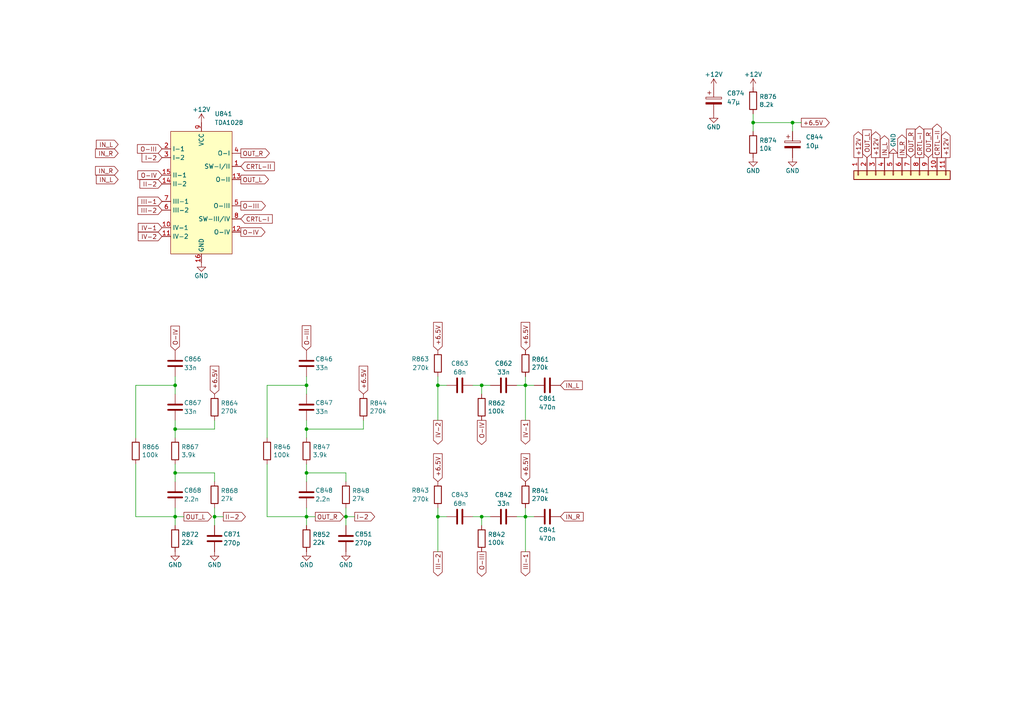
<source format=kicad_sch>
(kicad_sch (version 20230121) (generator eeschema)
  (paper "A4")
  (lib_symbols
    (symbol "Connector_Generic:Conn_01x11" (pin_names (offset 1.016) hide)
      (property "Reference" "J" (at 0 15.24 0))
      (property "Value" "Conn_01x11" (at 0 -15.24 0))
      (symbol "Conn_01x11_1_1"
        (rectangle (start -1.27 -12.573) (end 0 -12.827) (stroke (width 0.1524)))
        (rectangle (start -1.27 -10.033) (end 0 -10.287) (stroke (width 0.1524)))
        (rectangle (start -1.27 -7.493) (end 0 -7.747) (stroke (width 0.1524)))
        (rectangle (start -1.27 -4.953) (end 0 -5.207) (stroke (width 0.1524)))
        (rectangle (start -1.27 -2.413) (end 0 -2.667) (stroke (width 0.1524)))
        (rectangle (start -1.27 0.127) (end 0 -0.127) (stroke (width 0.1524)))
        (rectangle (start -1.27 2.667) (end 0 2.413) (stroke (width 0.1524)))
        (rectangle (start -1.27 5.207) (end 0 4.953) (stroke (width 0.1524)))
        (rectangle (start -1.27 7.747) (end 0 7.493) (stroke (width 0.1524)))
        (rectangle (start -1.27 10.287) (end 0 10.033) (stroke (width 0.1524)))
        (rectangle (start -1.27 12.827) (end 0 12.573) (stroke (width 0.1524)))
        (rectangle (start -1.27 13.97) (end 1.27 -13.97) (stroke (width 0.254)) (fill (type background)))
        (pin passive line (at -5.08 12.7 0) (length 3.81) (name "Pin_1") (number "1"))
        (pin passive line (at -5.08 -10.16 0) (length 3.81) (name "Pin_10") (number "10"))
        (pin passive line (at -5.08 -12.7 0) (length 3.81) (name "Pin_11") (number "11"))
        (pin passive line (at -5.08 10.16 0) (length 3.81) (name "Pin_2") (number "2"))
        (pin passive line (at -5.08 7.62 0) (length 3.81) (name "Pin_3") (number "3"))
        (pin passive line (at -5.08 5.08 0) (length 3.81) (name "Pin_4") (number "4"))
        (pin passive line (at -5.08 2.54 0) (length 3.81) (name "Pin_5") (number "5"))
        (pin passive line (at -5.08 0 0) (length 3.81) (name "Pin_6") (number "6"))
        (pin passive line (at -5.08 -2.54 0) (length 3.81) (name "Pin_7") (number "7"))
        (pin passive line (at -5.08 -5.08 0) (length 3.81) (name "Pin_8") (number "8"))
        (pin passive line (at -5.08 -7.62 0) (length 3.81) (name "Pin_9") (number "9"))
      )
    )
    (symbol "Device:C" (pin_numbers hide) (pin_names (offset 0.254))
      (property "Reference" "C" (at 0.635 2.54 0))
      (property "Value" "C" (at 0.635 -2.54 0))
      (symbol "C_0_1"
        (polyline (pts (xy -2.032 -0.762) (xy 2.032 -0.762)) (stroke (width 0.508)))
        (polyline (pts (xy -2.032 0.762) (xy 2.032 0.762)) (stroke (width 0.508)))
      )
      (symbol "C_1_1"
        (pin passive line (at 0 3.81 270) (length 2.794) (name "~") (number "1"))
        (pin passive line (at 0 -3.81 90) (length 2.794) (name "~") (number "2"))
      )
    )
    (symbol "Device:C_Polarized" (pin_numbers hide) (pin_names (offset 0.254))
      (property "Reference" "C" (at 0.635 2.54 0))
      (property "Value" "C_Polarized" (at 0.635 -2.54 0))
      (symbol "C_Polarized_0_1"
        (rectangle (start -2.286 0.508) (end 2.286 1.016))
        (polyline (pts (xy -1.778 2.286) (xy -0.762 2.286)))
        (polyline (pts (xy -1.27 2.794) (xy -1.27 1.778)))
        (rectangle (start 2.286 -0.508) (end -2.286 -1.016) (fill (type outline)))
      )
      (symbol "C_Polarized_1_1"
        (pin passive line (at 0 3.81 270) (length 2.794) (name "~") (number "1"))
        (pin passive line (at 0 -3.81 90) (length 2.794) (name "~") (number "2"))
      )
    )
    (symbol "Device:R" (pin_numbers hide) (pin_names (offset 0))
      (property "Reference" "R" (at 2.032 0 90))
      (property "Value" "R" (at 0 0 90))
      (symbol "R_0_1"
        (rectangle (start -1.016 -2.54) (end 1.016 2.54) (stroke (width 0.254)))
      )
      (symbol "R_1_1"
        (pin passive line (at 0 3.81 270) (length 1.27) (name "~") (number "1"))
        (pin passive line (at 0 -3.81 90) (length 1.27) (name "~") (number "2"))
      )
    )
    (symbol "Library:TDA1028"
      (property "Reference" "U" (at 0 0 0))
      (property "Value" "TDA1028" (at 0 0 0))
      (symbol "TDA1028_0_1"
        (rectangle (start 8.89 60.96) (end -8.89 25.4) (fill (type background)))
      )
      (symbol "TDA1028_1_1"
        (pin input line (at 11.43 50.8 180) (length 2.54) (name "SW-I/II") (number "1"))
        (pin input line (at -11.43 33.02 0) (length 2.54) (name "IV-1") (number "10"))
        (pin input line (at -11.43 30.48 0) (length 2.54) (name "IV-2") (number "11"))
        (pin output line (at 11.43 31.75 180) (length 2.54) (name "O-IV") (number "12"))
        (pin output line (at 11.43 46.99 180) (length 2.54) (name "O-II") (number "13"))
        (pin input line (at -11.43 45.72 0) (length 2.54) (name "II-2") (number "14"))
        (pin input line (at -11.43 48.26 0) (length 2.54) (name "II-1") (number "15"))
        (pin input line (at 0 22.86 90) (length 2.54) (name "GND") (number "16"))
        (pin input line (at -11.43 55.88 0) (length 2.54) (name "I-1") (number "2"))
        (pin input line (at -11.43 53.34 0) (length 2.54) (name "I-2") (number "3"))
        (pin output line (at 11.43 54.61 180) (length 2.54) (name "O-I") (number "4"))
        (pin output line (at 11.43 39.37 180) (length 2.54) (name "O-III") (number "5"))
        (pin input line (at -11.43 38.1 0) (length 2.54) (name "III-2") (number "6"))
        (pin input line (at -11.43 40.64 0) (length 2.54) (name "III-1") (number "7"))
        (pin input line (at 11.43 35.56 180) (length 2.54) (name "SW-III/IV") (number "8"))
        (pin input line (at 0 63.5 270) (length 2.54) (name "VCC") (number "9"))
      )
    )
    (symbol "power:+12V" (power) (pin_names (offset 0))
      (property "Value" "+12V" (at 0 3.556 0))
      (symbol "+12V_0_1"
        (polyline (pts (xy -0.762 1.27) (xy 0 2.54)))
        (polyline (pts (xy 0 0) (xy 0 2.54)))
        (polyline (pts (xy 0 2.54) (xy 0.762 1.27)))
      )
      (symbol "+12V_1_1"
        (pin power_in line (at 0 0 90) (length 0) hide (name "+12V") (number "1"))
      )
    )
    (symbol "power:GND" (power) (pin_names (offset 0))
      (property "Value" "GND" (at 0 -3.81 0))
      (symbol "GND_0_1"
        (polyline (pts (xy 0 0) (xy 0 -1.27) (xy 1.27 -1.27) (xy 0 -2.54) (xy -1.27 -1.27) (xy 0 -1.27)))
      )
      (symbol "GND_1_1"
        (pin power_in line (at 0 0 270) (length 0) hide (name "GND") (number "1"))
      )
    )
  )
  (junction (at 62.23 149.86))
  (junction (at 100.33 149.86))
  (junction (at 229.87 35.56))
  (junction (at 50.8 149.86))
  (junction (at 50.8 137.16))
  (junction (at 88.9 111.76))
  (junction (at 88.9 149.86))
  (junction (at 152.4 111.76))
  (junction (at 218.44 35.56))
  (junction (at 127 149.86))
  (junction (at 88.9 124.46))
  (junction (at 152.4 149.86))
  (junction (at 127 111.76))
  (junction (at 50.8 111.76))
  (junction (at 139.7 111.76))
  (junction (at 88.9 137.16))
  (junction (at 139.7 149.86))
  (junction (at 50.8 124.46))
  (wire (pts (xy 62.23 149.86) (xy 62.23 152.4)))
  (wire (pts (xy 88.9 134.62) (xy 88.9 137.16)))
  (wire (pts (xy 152.4 111.76) (xy 154.94 111.76)))
  (wire (pts (xy 100.33 139.7) (xy 100.33 137.16)))
  (wire (pts (xy 50.8 149.86) (xy 50.8 152.4)))
  (wire (pts (xy 218.44 35.56) (xy 218.44 38.1)))
  (wire (pts (xy 50.8 124.46) (xy 62.23 124.46)))
  (wire (pts (xy 50.8 121.92) (xy 50.8 124.46)))
  (wire (pts (xy 88.9 109.22) (xy 88.9 111.76)))
  (wire (pts (xy 39.37 134.62) (xy 39.37 149.86)))
  (wire (pts (xy 218.44 35.56) (xy 229.87 35.56)))
  (wire (pts (xy 229.87 35.56) (xy 232.41 35.56)))
  (wire (pts (xy 88.9 149.86) (xy 91.44 149.86)))
  (wire (pts (xy 127 109.22) (xy 127 111.76)))
  (wire (pts (xy 50.8 111.76) (xy 50.8 114.3)))
  (wire (pts (xy 88.9 121.92) (xy 88.9 124.46)))
  (wire (pts (xy 88.9 137.16) (xy 100.33 137.16)))
  (wire (pts (xy 218.44 33.02) (xy 218.44 35.56)))
  (wire (pts (xy 77.47 111.76) (xy 88.9 111.76)))
  (wire (pts (xy 127 147.32) (xy 127 149.86)))
  (wire (pts (xy 139.7 111.76) (xy 139.7 114.3)))
  (wire (pts (xy 77.47 111.76) (xy 77.47 127)))
  (wire (pts (xy 50.8 124.46) (xy 50.8 127)))
  (wire (pts (xy 62.23 121.92) (xy 62.23 124.46)))
  (wire (pts (xy 88.9 124.46) (xy 105.41 124.46)))
  (wire (pts (xy 62.23 147.32) (xy 62.23 149.86)))
  (wire (pts (xy 88.9 111.76) (xy 88.9 114.3)))
  (wire (pts (xy 77.47 134.62) (xy 77.47 149.86)))
  (wire (pts (xy 50.8 149.86) (xy 53.34 149.86)))
  (wire (pts (xy 100.33 149.86) (xy 102.87 149.86)))
  (wire (pts (xy 152.4 121.92) (xy 152.4 111.76)))
  (wire (pts (xy 152.4 149.86) (xy 152.4 160.02)))
  (wire (pts (xy 127 111.76) (xy 129.54 111.76)))
  (wire (pts (xy 88.9 149.86) (xy 88.9 152.4)))
  (wire (pts (xy 229.87 35.56) (xy 229.87 38.1)))
  (wire (pts (xy 137.16 149.86) (xy 139.7 149.86)))
  (wire (pts (xy 39.37 111.76) (xy 39.37 127)))
  (wire (pts (xy 39.37 149.86) (xy 50.8 149.86)))
  (wire (pts (xy 77.47 149.86) (xy 88.9 149.86)))
  (wire (pts (xy 62.23 149.86) (xy 64.77 149.86)))
  (wire (pts (xy 50.8 137.16) (xy 62.23 137.16)))
  (wire (pts (xy 50.8 109.22) (xy 50.8 111.76)))
  (wire (pts (xy 137.16 111.76) (xy 139.7 111.76)))
  (wire (pts (xy 88.9 124.46) (xy 88.9 127)))
  (wire (pts (xy 50.8 137.16) (xy 50.8 139.7)))
  (wire (pts (xy 105.41 121.92) (xy 105.41 124.46)))
  (wire (pts (xy 152.4 149.86) (xy 149.86 149.86)))
  (wire (pts (xy 139.7 149.86) (xy 139.7 152.4)))
  (wire (pts (xy 127 111.76) (xy 127 121.92)))
  (wire (pts (xy 50.8 134.62) (xy 50.8 137.16)))
  (wire (pts (xy 149.86 111.76) (xy 152.4 111.76)))
  (wire (pts (xy 62.23 139.7) (xy 62.23 137.16)))
  (wire (pts (xy 88.9 137.16) (xy 88.9 139.7)))
  (wire (pts (xy 127 149.86) (xy 129.54 149.86)))
  (wire (pts (xy 152.4 109.22) (xy 152.4 111.76)))
  (wire (pts (xy 100.33 147.32) (xy 100.33 149.86)))
  (wire (pts (xy 139.7 111.76) (xy 142.24 111.76)))
  (wire (pts (xy 139.7 149.86) (xy 142.24 149.86)))
  (wire (pts (xy 50.8 147.32) (xy 50.8 149.86)))
  (wire (pts (xy 152.4 147.32) (xy 152.4 149.86)))
  (wire (pts (xy 39.37 111.76) (xy 50.8 111.76)))
  (wire (pts (xy 152.4 149.86) (xy 154.94 149.86)))
  (wire (pts (xy 88.9 147.32) (xy 88.9 149.86)))
  (wire (pts (xy 100.33 149.86) (xy 100.33 152.4)))
  (wire (pts (xy 127 149.86) (xy 127 160.02)))
  (global_label "IN_R" (shape input) (at 34.29 44.45 180) (property "Intersheetrefs" "${INTERSHEET_REFS}" (effects hide)))
  (global_label "CRTL-I" (shape input) (at 69.85 63.5 0) (property "Intersheetrefs" "${INTERSHEET_REFS}" (effects hide)))
  (global_label "OUT_L" (shape input) (at 251.46 45.72 90) (property "Intersheetrefs" "${INTERSHEET_REFS}" (effects hide)))
  (global_label "IN_L" (shape input) (at 162.56 111.76 0) (property "Intersheetrefs" "${INTERSHEET_REFS}" (effects hide)))
  (global_label "O-III" (shape input) (at 46.99 43.18 180) (property "Intersheetrefs" "${INTERSHEET_REFS}" (effects hide)))
  (global_label "III-2" (shape output) (at 127 160.02 270) (property "Intersheetrefs" "${INTERSHEET_REFS}" (effects hide)))
  (global_label "IN_R" (shape output) (at 261.62 45.72 90) (property "Intersheetrefs" "${INTERSHEET_REFS}" (effects hide)))
  (global_label "IV-2" (shape output) (at 127 121.92 270) (property "Intersheetrefs" "${INTERSHEET_REFS}" (effects hide)))
  (global_label "OUT_R" (shape output) (at 91.44 149.86 0) (property "Intersheetrefs" "${INTERSHEET_REFS}" (effects hide)))
  (global_label "CRTL-II" (shape input) (at 69.85 48.26 0) (property "Intersheetrefs" "${INTERSHEET_REFS}" (effects hide)))
  (global_label "O-III" (shape input) (at 88.9 101.6 90) (property "Intersheetrefs" "${INTERSHEET_REFS}" (effects hide)))
  (global_label "OUT_L" (shape output) (at 53.34 149.86 0) (property "Intersheetrefs" "${INTERSHEET_REFS}" (effects hide)))
  (global_label "+6.5V" (shape input) (at 127 101.6 90) (property "Intersheetrefs" "${INTERSHEET_REFS}" (effects hide)))
  (global_label "O-IV" (shape input) (at 46.99 50.8 180) (property "Intersheetrefs" "${INTERSHEET_REFS}" (effects hide)))
  (global_label "+12V" (shape output) (at 248.92 45.72 90) (property "Intersheetrefs" "${INTERSHEET_REFS}" (effects hide)))
  (global_label "IN_L" (shape output) (at 256.54 45.72 90) (property "Intersheetrefs" "${INTERSHEET_REFS}" (effects hide)))
  (global_label "II-2" (shape input) (at 46.99 53.34 180) (property "Intersheetrefs" "${INTERSHEET_REFS}" (effects hide)))
  (global_label "CRTL-II" (shape output) (at 271.78 45.72 90) (property "Intersheetrefs" "${INTERSHEET_REFS}" (effects hide)))
  (global_label "+12V" (shape output) (at 274.32 45.72 90) (property "Intersheetrefs" "${INTERSHEET_REFS}" (effects hide)))
  (global_label "IN_L" (shape input) (at 34.29 41.91 180) (property "Intersheetrefs" "${INTERSHEET_REFS}" (effects hide)))
  (global_label "O-III" (shape output) (at 139.7 160.02 270) (property "Intersheetrefs" "${INTERSHEET_REFS}" (effects hide)))
  (global_label "III-2" (shape input) (at 46.99 60.96 180) (property "Intersheetrefs" "${INTERSHEET_REFS}" (effects hide)))
  (global_label "III-1" (shape output) (at 152.4 160.02 270) (property "Intersheetrefs" "${INTERSHEET_REFS}" (effects hide)))
  (global_label "O-IV" (shape output) (at 139.7 121.92 270) (property "Intersheetrefs" "${INTERSHEET_REFS}" (effects hide)))
  (global_label "OUT_R" (shape output) (at 69.85 44.45 0) (property "Intersheetrefs" "${INTERSHEET_REFS}" (effects hide)))
  (global_label "+12V" (shape output) (at 254 45.72 90) (property "Intersheetrefs" "${INTERSHEET_REFS}" (effects hide)))
  (global_label "OUT_R" (shape input) (at 264.16 45.72 90) (property "Intersheetrefs" "${INTERSHEET_REFS}" (effects hide)))
  (global_label "O-IV" (shape output) (at 69.85 67.31 0) (property "Intersheetrefs" "${INTERSHEET_REFS}" (effects hide)))
  (global_label "CRTL-I" (shape output) (at 266.7 45.72 90) (property "Intersheetrefs" "${INTERSHEET_REFS}" (effects hide)))
  (global_label "IV-1" (shape input) (at 46.99 66.04 180) (property "Intersheetrefs" "${INTERSHEET_REFS}" (effects hide)))
  (global_label "IN_R" (shape input) (at 34.29 49.53 180) (property "Intersheetrefs" "${INTERSHEET_REFS}" (effects hide)))
  (global_label "IV-2" (shape input) (at 46.99 68.58 180) (property "Intersheetrefs" "${INTERSHEET_REFS}" (effects hide)))
  (global_label "IV-1" (shape output) (at 152.4 121.92 270) (property "Intersheetrefs" "${INTERSHEET_REFS}" (effects hide)))
  (global_label "+6.5V" (shape output) (at 232.41 35.56 0) (property "Intersheetrefs" "${INTERSHEET_REFS}" (effects hide)))
  (global_label "OUT_R" (shape input) (at 269.24 45.72 90) (property "Intersheetrefs" "${INTERSHEET_REFS}" (effects hide)))
  (global_label "IN_L" (shape input) (at 34.29 52.07 180) (property "Intersheetrefs" "${INTERSHEET_REFS}" (effects hide)))
  (global_label "OUT_L" (shape output) (at 69.85 52.07 0) (property "Intersheetrefs" "${INTERSHEET_REFS}" (effects hide)))
  (global_label "IN_R" (shape input) (at 162.56 149.86 0) (property "Intersheetrefs" "${INTERSHEET_REFS}" (effects hide)))
  (global_label "+6.5V" (shape input) (at 62.23 114.3 90) (property "Intersheetrefs" "${INTERSHEET_REFS}" (effects hide)))
  (global_label "I-2" (shape output) (at 102.87 149.86 0) (property "Intersheetrefs" "${INTERSHEET_REFS}" (effects hide)))
  (global_label "O-IV" (shape input) (at 50.8 101.6 90) (property "Intersheetrefs" "${INTERSHEET_REFS}" (effects hide)))
  (global_label "III-1" (shape input) (at 46.99 58.42 180) (property "Intersheetrefs" "${INTERSHEET_REFS}" (effects hide)))
  (global_label "I-2" (shape input) (at 46.99 45.72 180) (property "Intersheetrefs" "${INTERSHEET_REFS}" (effects hide)))
  (global_label "+6.5V" (shape input) (at 105.41 114.3 90) (property "Intersheetrefs" "${INTERSHEET_REFS}" (effects hide)))
  (global_label "+6.5V" (shape input) (at 127 139.7 90) (property "Intersheetrefs" "${INTERSHEET_REFS}" (effects hide)))
  (global_label "+6.5V" (shape input) (at 152.4 101.6 90) (property "Intersheetrefs" "${INTERSHEET_REFS}" (effects hide)))
  (global_label "+6.5V" (shape input) (at 152.4 139.7 90) (property "Intersheetrefs" "${INTERSHEET_REFS}" (effects hide)))
  (global_label "O-III" (shape output) (at 69.85 59.69 0) (property "Intersheetrefs" "${INTERSHEET_REFS}" (effects hide)))
  (global_label "II-2" (shape output) (at 64.77 149.86 0) (property "Intersheetrefs" "${INTERSHEET_REFS}" (effects hide)))
  (symbol (lib_id "Connector_Generic:Conn_01x11") (at 261.62 50.8 90) (mirror x) (unit 1)
    (property "Reference" "J1" (effects hide))
    (property "Value" "Conn_01x13" (effects hide))
    (property "Footprint" "NF-Filter-Modul:Connector_01x11_5mm" (effects hide))
  )
  (symbol (lib_id "power:GND") (at 58.42 76.2 0) (unit 1)
    (property "Reference" "#PWR0109" (effects hide))
    (property "Value" "GND" (at 58.42 80.01 0))
  )
  (symbol (lib_id "power:+12V") (at 58.42 35.56 0) (unit 1)
    (property "Reference" "#PWR0112" (effects hide))
    (property "Value" "+12V" (at 58.42 31.75 0))
  )
  (symbol (lib_id "Device:C") (at 100.33 156.21 0) (unit 1)
    (property "Reference" "C851" (at 102.87 154.94 0) (effects (justify left)))
    (property "Value" "270p" (at 102.87 157.48 0) (effects (justify left)))
    (property "Footprint" "Capacitor_THT:C_Disc_D6.0mm_W2.5mm_P5.00mm" (effects hide))
  )
  (symbol (lib_id "Device:C") (at 88.9 105.41 0) (unit 1)
    (property "Reference" "C846" (at 91.44 104.14 0) (effects (justify left)))
    (property "Value" "33n" (at 91.44 106.68 0) (effects (justify left)))
    (property "Footprint" "Capacitor_THT:C_Rect_L10.0mm_W2.5mm_P7.50mm_MKS4" (effects hide))
  )
  (symbol (lib_id "Device:C") (at 133.35 149.86 270) (unit 1)
    (property "Reference" "C843" (at 133.35 143.51 90))
    (property "Value" "68n" (at 133.35 146.05 90))
    (property "Footprint" "Capacitor_THT:C_Rect_L10.0mm_W2.5mm_P7.50mm_MKS4" (effects hide))
  )
  (symbol (lib_id "Device:C") (at 158.75 149.86 90) (unit 1)
    (property "Reference" "C841" (at 158.75 153.67 90))
    (property "Value" "470n" (at 158.75 156.21 90))
    (property "Footprint" "Capacitor_THT:C_Rect_L10.0mm_W4.0mm_P7.50mm_MKS4" (effects hide))
  )
  (symbol (lib_id "Device:R") (at 62.23 118.11 0) (unit 1)
    (property "Reference" "R864" (at 64.008 116.9416 0) (effects (justify left)))
    (property "Value" "270k" (at 64.008 119.253 0) (effects (justify left)))
    (property "Footprint" "Resistor_THT:R_Axial_DIN0207_L6.3mm_D2.5mm_P10.16mm_Horizontal" (effects hide))
  )
  (symbol (lib_id "Device:R") (at 218.44 29.21 0) (unit 1)
    (property "Reference" "R876" (at 220.218 28.0416 0) (effects (justify left)))
    (property "Value" "8.2k" (at 220.218 30.353 0) (effects (justify left)))
    (property "Footprint" "Resistor_THT:R_Axial_DIN0207_L6.3mm_D2.5mm_P10.16mm_Horizontal" (effects hide))
  )
  (symbol (lib_id "power:GND") (at 259.08 45.72 180) (unit 1)
    (property "Reference" "#PWR07" (effects hide))
    (property "Value" "GND" (at 259.08 40.64 90))
  )
  (symbol (lib_id "Device:R") (at 127 105.41 0) (unit 1)
    (property "Reference" "R863" (at 124.46 104.14 0) (effects (justify right)))
    (property "Value" "270k" (at 124.46 106.68 0) (effects (justify right)))
    (property "Footprint" "Resistor_THT:R_Axial_DIN0207_L6.3mm_D2.5mm_P10.16mm_Horizontal" (effects hide))
  )
  (symbol (lib_id "Device:R") (at 77.47 130.81 0) (unit 1)
    (property "Reference" "R846" (at 79.248 129.6416 0) (effects (justify left)))
    (property "Value" "100k" (at 79.248 131.953 0) (effects (justify left)))
    (property "Footprint" "Resistor_THT:R_Axial_DIN0207_L6.3mm_D2.5mm_P10.16mm_Horizontal" (effects hide))
  )
  (symbol (lib_id "Device:C") (at 133.35 111.76 270) (unit 1)
    (property "Reference" "C863" (at 133.35 105.41 90))
    (property "Value" "68n" (at 133.35 107.95 90))
    (property "Footprint" "Capacitor_THT:C_Rect_L10.0mm_W2.5mm_P7.50mm_MKS4" (effects hide))
  )
  (symbol (lib_id "Library:TDA1028") (at 58.42 99.06 0) (unit 1)
    (property "Reference" "U841" (at 62.23 33.02 0) (effects (justify left)))
    (property "Value" "TDA1028" (at 62.23 35.56 0) (effects (justify left)))
    (property "Footprint" "Package_DIP:DIP-16_W7.62mm" (effects hide))
  )
  (symbol (lib_id "Device:R") (at 88.9 130.81 0) (unit 1)
    (property "Reference" "R847" (at 90.678 129.6416 0) (effects (justify left)))
    (property "Value" "3.9k" (at 90.678 131.953 0) (effects (justify left)))
    (property "Footprint" "Resistor_THT:R_Axial_DIN0207_L6.3mm_D2.5mm_P10.16mm_Horizontal" (effects hide))
  )
  (symbol (lib_id "power:GND") (at 218.44 45.72 0) (unit 1)
    (property "Reference" "#PWR04" (effects hide))
    (property "Value" "GND" (at 218.44 49.53 0))
  )
  (symbol (lib_id "Device:R") (at 105.41 118.11 0) (unit 1)
    (property "Reference" "R844" (at 107.188 116.9416 0) (effects (justify left)))
    (property "Value" "270k" (at 107.188 119.253 0) (effects (justify left)))
    (property "Footprint" "Resistor_THT:R_Axial_DIN0207_L6.3mm_D2.5mm_P10.16mm_Horizontal" (effects hide))
  )
  (symbol (lib_id "power:GND") (at 207.01 33.02 0) (unit 1)
    (property "Reference" "#PWR03" (effects hide))
    (property "Value" "GND" (at 207.01 36.83 0))
  )
  (symbol (lib_id "power:GND") (at 88.9 160.02 0) (unit 1)
    (property "Reference" "#PWR09" (effects hide))
    (property "Value" "GND" (at 88.9 163.83 0))
  )
  (symbol (lib_id "Device:R") (at 50.8 156.21 0) (unit 1)
    (property "Reference" "R872" (at 52.578 155.0416 0) (effects (justify left)))
    (property "Value" "22k" (at 52.578 157.353 0) (effects (justify left)))
    (property "Footprint" "Resistor_THT:R_Axial_DIN0207_L6.3mm_D2.5mm_P10.16mm_Horizontal" (effects hide))
  )
  (symbol (lib_id "Device:C") (at 158.75 111.76 90) (unit 1)
    (property "Reference" "C861" (at 158.75 115.57 90))
    (property "Value" "470n" (at 158.75 118.11 90))
    (property "Footprint" "Capacitor_THT:C_Rect_L10.0mm_W4.0mm_P7.50mm_MKS4" (effects hide))
  )
  (symbol (lib_id "Device:R") (at 88.9 156.21 0) (unit 1)
    (property "Reference" "R852" (at 90.678 155.0416 0) (effects (justify left)))
    (property "Value" "22k" (at 90.678 157.353 0) (effects (justify left)))
    (property "Footprint" "Resistor_THT:R_Axial_DIN0207_L6.3mm_D2.5mm_P10.16mm_Horizontal" (effects hide))
  )
  (symbol (lib_id "Device:C") (at 88.9 118.11 0) (unit 1)
    (property "Reference" "C847" (at 91.44 116.84 0) (effects (justify left)))
    (property "Value" "33n" (at 91.44 119.38 0) (effects (justify left)))
    (property "Footprint" "Capacitor_THT:C_Rect_L10.0mm_W2.5mm_P7.50mm_MKS4" (effects hide))
  )
  (symbol (lib_id "Device:C") (at 146.05 111.76 90) (unit 1)
    (property "Reference" "C862" (at 146.05 105.41 90))
    (property "Value" "33n" (at 146.05 107.95 90))
    (property "Footprint" "Capacitor_THT:C_Rect_L10.0mm_W2.5mm_P7.50mm_MKS4" (effects hide))
  )
  (symbol (lib_id "Device:R") (at 50.8 130.81 0) (unit 1)
    (property "Reference" "R867" (at 52.578 129.6416 0) (effects (justify left)))
    (property "Value" "3.9k" (at 52.578 131.953 0) (effects (justify left)))
    (property "Footprint" "Resistor_THT:R_Axial_DIN0207_L6.3mm_D2.5mm_P10.16mm_Horizontal" (effects hide))
  )
  (symbol (lib_id "Device:R") (at 218.44 41.91 0) (unit 1)
    (property "Reference" "R874" (at 220.218 40.7416 0) (effects (justify left)))
    (property "Value" "10k" (at 220.218 43.053 0) (effects (justify left)))
    (property "Footprint" "Resistor_THT:R_Axial_DIN0207_L6.3mm_D2.5mm_P10.16mm_Horizontal" (effects hide))
  )
  (symbol (lib_id "Device:R") (at 127 143.51 0) (unit 1)
    (property "Reference" "R843" (at 124.46 142.24 0) (effects (justify right)))
    (property "Value" "270k" (at 124.46 144.78 0) (effects (justify right)))
    (property "Footprint" "Resistor_THT:R_Axial_DIN0207_L6.3mm_D2.5mm_P10.16mm_Horizontal" (effects hide))
  )
  (symbol (lib_id "power:GND") (at 50.8 160.02 0) (unit 1)
    (property "Reference" "#PWR06" (effects hide))
    (property "Value" "GND" (at 50.8 163.83 0))
  )
  (symbol (lib_id "Device:C") (at 50.8 118.11 0) (unit 1)
    (property "Reference" "C867" (at 53.34 116.84 0) (effects (justify left)))
    (property "Value" "33n" (at 53.34 119.38 0) (effects (justify left)))
    (property "Footprint" "Capacitor_THT:C_Rect_L10.0mm_W2.5mm_P7.50mm_MKS4" (effects hide))
  )
  (symbol (lib_id "power:+12V") (at 207.01 25.4 0) (unit 1)
    (property "Reference" "#PWR02" (effects hide))
    (property "Value" "+12V" (at 207.01 21.59 0))
  )
  (symbol (lib_id "Device:C") (at 50.8 143.51 0) (unit 1)
    (property "Reference" "C868" (at 53.34 142.24 0) (effects (justify left)))
    (property "Value" "2.2n" (at 53.34 144.78 0) (effects (justify left)))
    (property "Footprint" "Capacitor_THT:C_Rect_L10.0mm_W4.0mm_P7.50mm_MKS4" (effects hide))
  )
  (symbol (lib_id "Device:R") (at 152.4 105.41 0) (unit 1)
    (property "Reference" "R861" (at 154.178 104.2416 0) (effects (justify left)))
    (property "Value" "270k" (at 154.178 106.553 0) (effects (justify left)))
    (property "Footprint" "Resistor_THT:R_Axial_DIN0207_L6.3mm_D2.5mm_P10.16mm_Horizontal" (effects hide))
  )
  (symbol (lib_id "power:GND") (at 62.23 160.02 0) (unit 1)
    (property "Reference" "#PWR08" (effects hide))
    (property "Value" "GND" (at 62.23 163.83 0))
  )
  (symbol (lib_id "Device:C") (at 88.9 143.51 0) (unit 1)
    (property "Reference" "C848" (at 91.44 142.24 0) (effects (justify left)))
    (property "Value" "2.2n" (at 91.44 144.78 0) (effects (justify left)))
    (property "Footprint" "Capacitor_THT:C_Rect_L10.0mm_W4.0mm_P7.50mm_MKS4" (effects hide))
  )
  (symbol (lib_id "power:GND") (at 100.33 160.02 0) (unit 1)
    (property "Reference" "#PWR010" (effects hide))
    (property "Value" "GND" (at 100.33 163.83 0))
  )
  (symbol (lib_id "power:GND") (at 229.87 45.72 0) (unit 1)
    (property "Reference" "#PWR05" (effects hide))
    (property "Value" "GND" (at 229.87 49.53 0))
  )
  (symbol (lib_id "Device:C_Polarized") (at 207.01 29.21 0) (unit 1)
    (property "Reference" "C874" (at 210.82 27.051 0) (effects (justify left)))
    (property "Value" "47µ" (at 210.82 29.591 0) (effects (justify left)))
    (property "Footprint" "Capacitor_THT:CP_Radial_D6.3mm_P2.50mm" (effects hide))
  )
  (symbol (lib_id "Device:C") (at 50.8 105.41 0) (unit 1)
    (property "Reference" "C866" (at 53.34 104.14 0) (effects (justify left)))
    (property "Value" "33n" (at 53.34 106.68 0) (effects (justify left)))
    (property "Footprint" "Capacitor_THT:C_Rect_L10.0mm_W2.5mm_P7.50mm_MKS4" (effects hide))
  )
  (symbol (lib_id "Device:R") (at 152.4 143.51 0) (unit 1)
    (property "Reference" "R841" (at 154.178 142.3416 0) (effects (justify left)))
    (property "Value" "270k" (at 154.178 144.653 0) (effects (justify left)))
    (property "Footprint" "Resistor_THT:R_Axial_DIN0207_L6.3mm_D2.5mm_P10.16mm_Horizontal" (effects hide))
  )
  (symbol (lib_id "Device:R") (at 39.37 130.81 0) (unit 1)
    (property "Reference" "R866" (at 41.148 129.6416 0) (effects (justify left)))
    (property "Value" "100k" (at 41.148 131.953 0) (effects (justify left)))
    (property "Footprint" "Resistor_THT:R_Axial_DIN0207_L6.3mm_D2.5mm_P10.16mm_Horizontal" (effects hide))
  )
  (symbol (lib_id "Device:R") (at 62.23 143.51 0) (unit 1)
    (property "Reference" "R868" (at 64.008 142.3416 0) (effects (justify left)))
    (property "Value" "27k" (at 64.008 144.653 0) (effects (justify left)))
    (property "Footprint" "Resistor_THT:R_Axial_DIN0207_L6.3mm_D2.5mm_P10.16mm_Horizontal" (effects hide))
  )
  (symbol (lib_id "Device:R") (at 139.7 118.11 0) (unit 1)
    (property "Reference" "R862" (at 141.478 116.9416 0) (effects (justify left)))
    (property "Value" "100k" (at 141.478 119.253 0) (effects (justify left)))
    (property "Footprint" "Resistor_THT:R_Axial_DIN0207_L6.3mm_D2.5mm_P10.16mm_Horizontal" (effects hide))
  )
  (symbol (lib_id "Device:C") (at 146.05 149.86 90) (unit 1)
    (property "Reference" "C842" (at 146.05 143.51 90))
    (property "Value" "33n" (at 146.05 146.05 90))
    (property "Footprint" "Capacitor_THT:C_Rect_L10.0mm_W2.5mm_P7.50mm_MKS4" (effects hide))
  )
  (symbol (lib_id "Device:R") (at 139.7 156.21 0) (unit 1)
    (property "Reference" "R842" (at 141.478 155.0416 0) (effects (justify left)))
    (property "Value" "100k" (at 141.478 157.353 0) (effects (justify left)))
    (property "Footprint" "Resistor_THT:R_Axial_DIN0207_L6.3mm_D2.5mm_P10.16mm_Horizontal" (effects hide))
  )
  (symbol (lib_id "Device:C") (at 62.23 156.21 0) (unit 1)
    (property "Reference" "C871" (at 64.77 154.94 0) (effects (justify left)))
    (property "Value" "270p" (at 64.77 157.48 0) (effects (justify left)))
    (property "Footprint" "Capacitor_THT:C_Disc_D6.0mm_W2.5mm_P5.00mm" (effects hide))
  )
  (symbol (lib_id "Device:R") (at 100.33 143.51 0) (unit 1)
    (property "Reference" "R848" (at 102.108 142.3416 0) (effects (justify left)))
    (property "Value" "27k" (at 102.108 144.653 0) (effects (justify left)))
    (property "Footprint" "Resistor_THT:R_Axial_DIN0207_L6.3mm_D2.5mm_P10.16mm_Horizontal" (effects hide))
  )
  (symbol (lib_id "Device:C_Polarized") (at 229.87 41.91 0) (unit 1)
    (property "Reference" "C844" (at 233.68 39.751 0) (effects (justify left)))
    (property "Value" "10µ" (at 233.68 42.291 0) (effects (justify left)))
    (property "Footprint" "Capacitor_THT:CP_Radial_D5.0mm_P2.00mm" (effects hide))
  )
  (symbol (lib_id "power:+12V") (at 218.44 25.4 0) (unit 1)
    (property "Reference" "#PWR01" (effects hide))
    (property "Value" "+12V" (at 218.44 21.59 0))
  )
)
</source>
